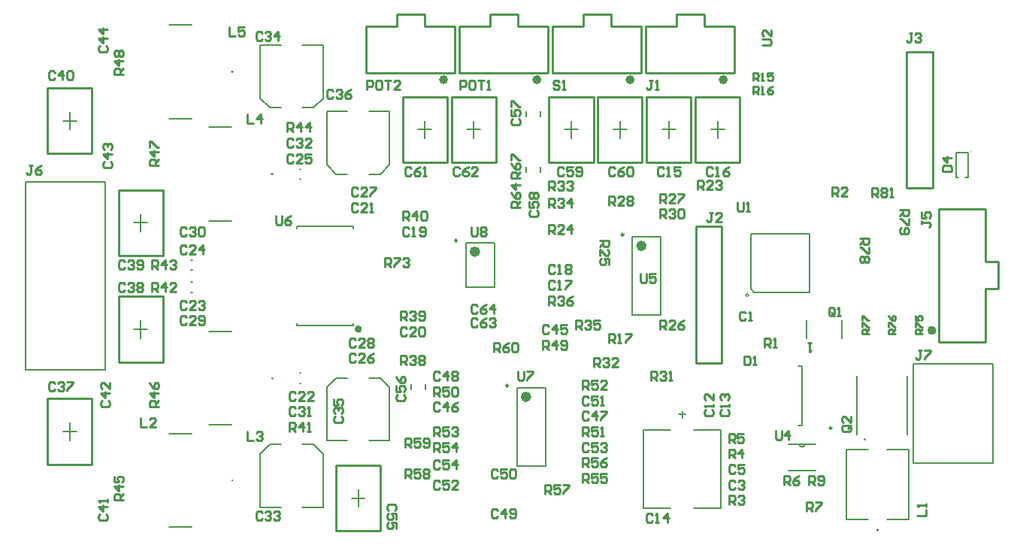
<source format=gto>
G04 Layer_Color=65535*
%FSLAX24Y24*%
%MOIN*%
G70*
G01*
G75*
%ADD33C,0.0200*%
%ADD35C,0.0100*%
%ADD39C,0.0150*%
%ADD42C,0.0098*%
%ADD62C,0.0060*%
%ADD63C,0.0236*%
%ADD64C,0.0039*%
%ADD65C,0.0080*%
%ADD66C,0.0079*%
%ADD67C,0.0067*%
D33*
X40305Y9403D02*
G03*
X40305Y9403I-100J0D01*
G01*
X26918Y20520D02*
G03*
X26918Y20520I-100J0D01*
G01*
X18650D02*
G03*
X18650Y20520I-100J0D01*
G01*
X22784D02*
G03*
X22784Y20520I-100J0D01*
G01*
X31052D02*
G03*
X31052Y20520I-100J0D01*
G01*
D35*
X18898Y19764D02*
X20866D01*
X18898Y16850D02*
X20866D01*
X18898D02*
Y19764D01*
X20866Y16850D02*
Y19764D01*
X16732D02*
X18701D01*
X16732Y16850D02*
X18701D01*
X16732D02*
Y19764D01*
X18701Y16850D02*
Y19764D01*
X25394Y16850D02*
X27362D01*
X25394Y19764D02*
X27362D01*
Y16850D02*
Y19764D01*
X25394Y16850D02*
Y19764D01*
X23228D02*
X25197D01*
X23228Y16850D02*
X25197D01*
X23228D02*
Y19764D01*
X25197Y16850D02*
Y19764D01*
X13780Y3425D02*
X15748D01*
X13780Y512D02*
X15748D01*
X13780D02*
Y3425D01*
X15748Y512D02*
Y3425D01*
X984Y20157D02*
X2953D01*
X984Y17244D02*
X2953D01*
X984D02*
Y20157D01*
X2953Y17244D02*
Y20157D01*
X4134Y15630D02*
X6102D01*
X4134Y12717D02*
X6102D01*
X4134D02*
Y15630D01*
X6102Y12717D02*
Y15630D01*
X4134Y10906D02*
X6102D01*
X4134Y7992D02*
X6102D01*
X4134D02*
Y10906D01*
X6102Y7992D02*
Y10906D01*
X984Y6378D02*
X2953D01*
X984Y3465D02*
X2953D01*
X984D02*
Y6378D01*
X2953Y3465D02*
Y6378D01*
X29724Y16850D02*
X31693D01*
X29724Y19764D02*
X31693D01*
Y16850D02*
Y19764D01*
X29724Y16850D02*
Y19764D01*
X27559Y16850D02*
X29528D01*
X27559Y19764D02*
X29528D01*
Y16850D02*
Y19764D01*
X27559Y16850D02*
Y19764D01*
X40246Y15718D02*
Y21762D01*
X39085Y15718D02*
X40246D01*
X39085D02*
Y21762D01*
Y21766D02*
X40246D01*
X29734Y7963D02*
Y14006D01*
X30896D01*
Y7963D02*
Y14006D01*
X29734Y7959D02*
X30896D01*
X43135Y11243D02*
Y12443D01*
X40505Y14793D02*
X42585D01*
X40505Y8892D02*
X42585D01*
X40505D02*
Y14793D01*
X42585Y8892D02*
Y11243D01*
X43135D01*
X42585Y12443D02*
Y14793D01*
Y12443D02*
X43135D01*
Y11243D02*
Y12443D01*
X27328Y20820D02*
Y22900D01*
X23378Y20820D02*
X27328D01*
X24758Y23430D02*
X25958D01*
X24758D02*
X25968D01*
Y22900D02*
Y23430D01*
X25978Y22900D02*
X27328D01*
X23378Y20820D02*
Y22900D01*
X24758D02*
Y23430D01*
X23378Y22900D02*
X24758D01*
X19060Y20820D02*
Y22900D01*
X15110Y20820D02*
X19060D01*
X16490Y23430D02*
X17690D01*
X16490D02*
X17700D01*
Y22900D02*
Y23430D01*
X17710Y22900D02*
X19060D01*
X15110Y20820D02*
Y22900D01*
X16490D02*
Y23430D01*
X15110Y22900D02*
X16490D01*
X23194Y20820D02*
Y22900D01*
X19244Y20820D02*
X23194D01*
X20624Y23430D02*
X21824D01*
X20624D02*
X21834D01*
Y22900D02*
Y23430D01*
X21844Y22900D02*
X23194D01*
X19244Y20820D02*
Y22900D01*
X20624D02*
Y23430D01*
X19244Y22900D02*
X20624D01*
X31462Y20820D02*
Y22900D01*
X27512Y20820D02*
X31462D01*
X28892Y23430D02*
X30092D01*
X28892D02*
X30102D01*
Y22900D02*
Y23430D01*
X30112Y22900D02*
X31462D01*
X27512Y20820D02*
Y22900D01*
X28892D02*
Y23430D01*
X27512Y22900D02*
X28892D01*
X31955Y10171D02*
X31890Y10236D01*
X31759D01*
X31693Y10171D01*
Y9908D01*
X31759Y9843D01*
X31890D01*
X31955Y9908D01*
X32086Y9843D02*
X32218D01*
X32152D01*
Y10236D01*
X32086Y10171D01*
X31467Y2695D02*
X31401Y2762D01*
X31267D01*
X31201Y2695D01*
Y2429D01*
X31267Y2362D01*
X31401D01*
X31467Y2429D01*
X31601Y2695D02*
X31667Y2762D01*
X31801D01*
X31867Y2695D01*
Y2629D01*
X31801Y2562D01*
X31734D01*
X31801D01*
X31867Y2495D01*
Y2429D01*
X31801Y2362D01*
X31667D01*
X31601Y2429D01*
X31467Y3384D02*
X31401Y3451D01*
X31267D01*
X31201Y3384D01*
Y3118D01*
X31267Y3051D01*
X31401D01*
X31467Y3118D01*
X31867Y3451D02*
X31601D01*
Y3251D01*
X31734Y3318D01*
X31801D01*
X31867Y3251D01*
Y3118D01*
X31801Y3051D01*
X31667D01*
X31601Y3118D01*
X30184Y5873D02*
X30118Y5807D01*
Y5676D01*
X30184Y5610D01*
X30446D01*
X30512Y5676D01*
Y5807D01*
X30446Y5873D01*
X30512Y6004D02*
Y6135D01*
Y6069D01*
X30118D01*
X30184Y6004D01*
X30512Y6594D02*
Y6332D01*
X30249Y6594D01*
X30184D01*
X30118Y6529D01*
Y6397D01*
X30184Y6332D01*
X30873Y5873D02*
X30807Y5807D01*
Y5676D01*
X30873Y5610D01*
X31135D01*
X31201Y5676D01*
Y5807D01*
X31135Y5873D01*
X31201Y6004D02*
Y6135D01*
Y6069D01*
X30807D01*
X30873Y6004D01*
Y6332D02*
X30807Y6397D01*
Y6529D01*
X30873Y6594D01*
X30938D01*
X31004Y6529D01*
Y6463D01*
Y6529D01*
X31070Y6594D01*
X31135D01*
X31201Y6529D01*
Y6397D01*
X31135Y6332D01*
X27821Y1214D02*
X27756Y1279D01*
X27625D01*
X27559Y1214D01*
Y951D01*
X27625Y886D01*
X27756D01*
X27821Y951D01*
X27953Y886D02*
X28084D01*
X28018D01*
Y1279D01*
X27953Y1214D01*
X28477Y886D02*
Y1279D01*
X28281Y1083D01*
X28543D01*
X28318Y16573D02*
X28251Y16640D01*
X28118D01*
X28051Y16573D01*
Y16307D01*
X28118Y16240D01*
X28251D01*
X28318Y16307D01*
X28451Y16240D02*
X28584D01*
X28518D01*
Y16640D01*
X28451Y16573D01*
X29051Y16640D02*
X28784D01*
Y16440D01*
X28918Y16507D01*
X28984D01*
X29051Y16440D01*
Y16307D01*
X28984Y16240D01*
X28851D01*
X28784Y16307D01*
X30483Y16573D02*
X30416Y16640D01*
X30283D01*
X30217Y16573D01*
Y16307D01*
X30283Y16240D01*
X30416D01*
X30483Y16307D01*
X30616Y16240D02*
X30750D01*
X30683D01*
Y16640D01*
X30616Y16573D01*
X31216Y16640D02*
X31083Y16573D01*
X30950Y16440D01*
Y16307D01*
X31016Y16240D01*
X31150D01*
X31216Y16307D01*
Y16373D01*
X31150Y16440D01*
X30950D01*
X23495Y11554D02*
X23428Y11620D01*
X23295D01*
X23228Y11554D01*
Y11287D01*
X23295Y11220D01*
X23428D01*
X23495Y11287D01*
X23628Y11220D02*
X23762D01*
X23695D01*
Y11620D01*
X23628Y11554D01*
X23961Y11620D02*
X24228D01*
Y11554D01*
X23961Y11287D01*
Y11220D01*
X23490Y12243D02*
X23424Y12309D01*
X23290D01*
X23224Y12243D01*
Y11976D01*
X23290Y11909D01*
X23424D01*
X23490Y11976D01*
X23623Y11909D02*
X23757D01*
X23690D01*
Y12309D01*
X23623Y12243D01*
X23957D02*
X24023Y12309D01*
X24157D01*
X24223Y12243D01*
Y12176D01*
X24157Y12109D01*
X24223Y12043D01*
Y11976D01*
X24157Y11909D01*
X24023D01*
X23957Y11976D01*
Y12043D01*
X24023Y12109D01*
X23957Y12176D01*
Y12243D01*
X24023Y12109D02*
X24157D01*
X16999Y13916D02*
X16932Y13983D01*
X16799D01*
X16732Y13916D01*
Y13649D01*
X16799Y13583D01*
X16932D01*
X16999Y13649D01*
X17132Y13583D02*
X17265D01*
X17199D01*
Y13983D01*
X17132Y13916D01*
X17465Y13649D02*
X17532Y13583D01*
X17665D01*
X17732Y13649D01*
Y13916D01*
X17665Y13983D01*
X17532D01*
X17465Y13916D01*
Y13849D01*
X17532Y13783D01*
X17732D01*
X16900Y9487D02*
X16834Y9553D01*
X16701D01*
X16634Y9487D01*
Y9220D01*
X16701Y9154D01*
X16834D01*
X16900Y9220D01*
X17300Y9154D02*
X17034D01*
X17300Y9420D01*
Y9487D01*
X17234Y9553D01*
X17100D01*
X17034Y9487D01*
X17434D02*
X17500Y9553D01*
X17634D01*
X17700Y9487D01*
Y9220D01*
X17634Y9154D01*
X17500D01*
X17434Y9220D01*
Y9487D01*
X14735Y14999D02*
X14668Y15065D01*
X14535D01*
X14468Y14999D01*
Y14732D01*
X14535Y14665D01*
X14668D01*
X14735Y14732D01*
X15135Y14665D02*
X14868D01*
X15135Y14932D01*
Y14999D01*
X15068Y15065D01*
X14935D01*
X14868Y14999D01*
X15268Y14665D02*
X15402D01*
X15335D01*
Y15065D01*
X15268Y14999D01*
X11979Y6632D02*
X11913Y6699D01*
X11779D01*
X11713Y6632D01*
Y6366D01*
X11779Y6299D01*
X11913D01*
X11979Y6366D01*
X12379Y6299D02*
X12112D01*
X12379Y6566D01*
Y6632D01*
X12312Y6699D01*
X12179D01*
X12112Y6632D01*
X12779Y6299D02*
X12512D01*
X12779Y6566D01*
Y6632D01*
X12712Y6699D01*
X12579D01*
X12512Y6632D01*
X7156Y10668D02*
X7090Y10735D01*
X6956D01*
X6890Y10668D01*
Y10401D01*
X6956Y10335D01*
X7090D01*
X7156Y10401D01*
X7556Y10335D02*
X7290D01*
X7556Y10601D01*
Y10668D01*
X7490Y10735D01*
X7356D01*
X7290Y10668D01*
X7690D02*
X7756Y10735D01*
X7889D01*
X7956Y10668D01*
Y10601D01*
X7889Y10535D01*
X7823D01*
X7889D01*
X7956Y10468D01*
Y10401D01*
X7889Y10335D01*
X7756D01*
X7690Y10401D01*
X7156Y13128D02*
X7090Y13195D01*
X6956D01*
X6890Y13128D01*
Y12862D01*
X6956Y12795D01*
X7090D01*
X7156Y12862D01*
X7556Y12795D02*
X7290D01*
X7556Y13062D01*
Y13128D01*
X7490Y13195D01*
X7356D01*
X7290Y13128D01*
X7889Y12795D02*
Y13195D01*
X7690Y12995D01*
X7956D01*
X11881Y17164D02*
X11814Y17231D01*
X11681D01*
X11614Y17164D01*
Y16897D01*
X11681Y16831D01*
X11814D01*
X11881Y16897D01*
X12281Y16831D02*
X12014D01*
X12281Y17097D01*
Y17164D01*
X12214Y17231D01*
X12081D01*
X12014Y17164D01*
X12680Y17231D02*
X12414D01*
Y17031D01*
X12547Y17097D01*
X12614D01*
X12680Y17031D01*
Y16897D01*
X12614Y16831D01*
X12481D01*
X12414Y16897D01*
X14637Y8306D02*
X14570Y8372D01*
X14437D01*
X14370Y8306D01*
Y8039D01*
X14437Y7972D01*
X14570D01*
X14637Y8039D01*
X15037Y7972D02*
X14770D01*
X15037Y8239D01*
Y8306D01*
X14970Y8372D01*
X14837D01*
X14770Y8306D01*
X15436Y8372D02*
X15303Y8306D01*
X15170Y8172D01*
Y8039D01*
X15236Y7972D01*
X15370D01*
X15436Y8039D01*
Y8106D01*
X15370Y8172D01*
X15170D01*
X14735Y15688D02*
X14668Y15754D01*
X14535D01*
X14468Y15688D01*
Y15421D01*
X14535Y15354D01*
X14668D01*
X14735Y15421D01*
X15135Y15354D02*
X14868D01*
X15135Y15621D01*
Y15688D01*
X15068Y15754D01*
X14935D01*
X14868Y15688D01*
X15268Y15754D02*
X15535D01*
Y15688D01*
X15268Y15421D01*
Y15354D01*
X14637Y8995D02*
X14570Y9061D01*
X14437D01*
X14370Y8995D01*
Y8728D01*
X14437Y8661D01*
X14570D01*
X14637Y8728D01*
X15037Y8661D02*
X14770D01*
X15037Y8928D01*
Y8995D01*
X14970Y9061D01*
X14837D01*
X14770Y8995D01*
X15170D02*
X15236Y9061D01*
X15370D01*
X15436Y8995D01*
Y8928D01*
X15370Y8861D01*
X15436Y8795D01*
Y8728D01*
X15370Y8661D01*
X15236D01*
X15170Y8728D01*
Y8795D01*
X15236Y8861D01*
X15170Y8928D01*
Y8995D01*
X15236Y8861D02*
X15370D01*
X7156Y9979D02*
X7090Y10046D01*
X6956D01*
X6890Y9979D01*
Y9712D01*
X6956Y9646D01*
X7090D01*
X7156Y9712D01*
X7556Y9646D02*
X7290D01*
X7556Y9912D01*
Y9979D01*
X7490Y10046D01*
X7356D01*
X7290Y9979D01*
X7690Y9712D02*
X7756Y9646D01*
X7889D01*
X7956Y9712D01*
Y9979D01*
X7889Y10046D01*
X7756D01*
X7690Y9979D01*
Y9912D01*
X7756Y9846D01*
X7956D01*
X7156Y13916D02*
X7090Y13983D01*
X6956D01*
X6890Y13916D01*
Y13649D01*
X6956Y13583D01*
X7090D01*
X7156Y13649D01*
X7290Y13916D02*
X7356Y13983D01*
X7490D01*
X7556Y13916D01*
Y13849D01*
X7490Y13783D01*
X7423D01*
X7490D01*
X7556Y13716D01*
Y13649D01*
X7490Y13583D01*
X7356D01*
X7290Y13649D01*
X7690Y13916D02*
X7756Y13983D01*
X7889D01*
X7956Y13916D01*
Y13649D01*
X7889Y13583D01*
X7756D01*
X7690Y13649D01*
Y13916D01*
X11979Y5943D02*
X11913Y6010D01*
X11779D01*
X11713Y5943D01*
Y5677D01*
X11779Y5610D01*
X11913D01*
X11979Y5677D01*
X12112Y5943D02*
X12179Y6010D01*
X12312D01*
X12379Y5943D01*
Y5877D01*
X12312Y5810D01*
X12246D01*
X12312D01*
X12379Y5744D01*
Y5677D01*
X12312Y5610D01*
X12179D01*
X12112Y5677D01*
X12512Y5610D02*
X12646D01*
X12579D01*
Y6010D01*
X12512Y5943D01*
X11881Y17853D02*
X11814Y17920D01*
X11681D01*
X11614Y17853D01*
Y17586D01*
X11681Y17520D01*
X11814D01*
X11881Y17586D01*
X12014Y17853D02*
X12081Y17920D01*
X12214D01*
X12281Y17853D01*
Y17786D01*
X12214Y17720D01*
X12147D01*
X12214D01*
X12281Y17653D01*
Y17586D01*
X12214Y17520D01*
X12081D01*
X12014Y17586D01*
X12680Y17520D02*
X12414D01*
X12680Y17786D01*
Y17853D01*
X12614Y17920D01*
X12481D01*
X12414Y17853D01*
X10499Y1312D02*
X10433Y1378D01*
X10302D01*
X10236Y1312D01*
Y1050D01*
X10302Y984D01*
X10433D01*
X10499Y1050D01*
X10630Y1312D02*
X10695Y1378D01*
X10827D01*
X10892Y1312D01*
Y1247D01*
X10827Y1181D01*
X10761D01*
X10827D01*
X10892Y1115D01*
Y1050D01*
X10827Y984D01*
X10695D01*
X10630Y1050D01*
X11023Y1312D02*
X11089Y1378D01*
X11220D01*
X11286Y1312D01*
Y1247D01*
X11220Y1181D01*
X11155D01*
X11220D01*
X11286Y1115D01*
Y1050D01*
X11220Y984D01*
X11089D01*
X11023Y1050D01*
X10499Y22572D02*
X10433Y22638D01*
X10302D01*
X10236Y22572D01*
Y22310D01*
X10302Y22244D01*
X10433D01*
X10499Y22310D01*
X10630Y22572D02*
X10695Y22638D01*
X10827D01*
X10892Y22572D01*
Y22506D01*
X10827Y22441D01*
X10761D01*
X10827D01*
X10892Y22375D01*
Y22310D01*
X10827Y22244D01*
X10695D01*
X10630Y22310D01*
X11220Y22244D02*
Y22638D01*
X11023Y22441D01*
X11286D01*
X13747Y5577D02*
X13681Y5512D01*
Y5381D01*
X13747Y5315D01*
X14009D01*
X14075Y5381D01*
Y5512D01*
X14009Y5577D01*
X13747Y5709D02*
X13681Y5774D01*
Y5905D01*
X13747Y5971D01*
X13812D01*
X13878Y5905D01*
Y5840D01*
Y5905D01*
X13944Y5971D01*
X14009D01*
X14075Y5905D01*
Y5774D01*
X14009Y5709D01*
X13681Y6364D02*
Y6102D01*
X13878D01*
X13812Y6233D01*
Y6299D01*
X13878Y6364D01*
X14009D01*
X14075Y6299D01*
Y6168D01*
X14009Y6102D01*
X13648Y20013D02*
X13583Y20079D01*
X13451D01*
X13386Y20013D01*
Y19751D01*
X13451Y19685D01*
X13583D01*
X13648Y19751D01*
X13779Y20013D02*
X13845Y20079D01*
X13976D01*
X14042Y20013D01*
Y19947D01*
X13976Y19882D01*
X13911D01*
X13976D01*
X14042Y19816D01*
Y19751D01*
X13976Y19685D01*
X13845D01*
X13779Y19751D01*
X14435Y20079D02*
X14304Y20013D01*
X14173Y19882D01*
Y19751D01*
X14239Y19685D01*
X14370D01*
X14435Y19751D01*
Y19816D01*
X14370Y19882D01*
X14173D01*
X1299Y7060D02*
X1233Y7127D01*
X1099D01*
X1033Y7060D01*
Y6794D01*
X1099Y6727D01*
X1233D01*
X1299Y6794D01*
X1432Y7060D02*
X1499Y7127D01*
X1632D01*
X1699Y7060D01*
Y6993D01*
X1632Y6927D01*
X1566D01*
X1632D01*
X1699Y6860D01*
Y6794D01*
X1632Y6727D01*
X1499D01*
X1432Y6794D01*
X1832Y7127D02*
X2099D01*
Y7060D01*
X1832Y6794D01*
Y6727D01*
X4400Y11455D02*
X4334Y11522D01*
X4200D01*
X4134Y11455D01*
Y11189D01*
X4200Y11122D01*
X4334D01*
X4400Y11189D01*
X4534Y11455D02*
X4600Y11522D01*
X4734D01*
X4800Y11455D01*
Y11389D01*
X4734Y11322D01*
X4667D01*
X4734D01*
X4800Y11255D01*
Y11189D01*
X4734Y11122D01*
X4600D01*
X4534Y11189D01*
X4934Y11455D02*
X5000Y11522D01*
X5134D01*
X5200Y11455D01*
Y11389D01*
X5134Y11322D01*
X5200Y11255D01*
Y11189D01*
X5134Y11122D01*
X5000D01*
X4934Y11189D01*
Y11255D01*
X5000Y11322D01*
X4934Y11389D01*
Y11455D01*
X5000Y11322D02*
X5134D01*
X4400Y12440D02*
X4334Y12506D01*
X4200D01*
X4134Y12440D01*
Y12173D01*
X4200Y12106D01*
X4334D01*
X4400Y12173D01*
X4534Y12440D02*
X4600Y12506D01*
X4734D01*
X4800Y12440D01*
Y12373D01*
X4734Y12306D01*
X4667D01*
X4734D01*
X4800Y12240D01*
Y12173D01*
X4734Y12106D01*
X4600D01*
X4534Y12173D01*
X4934D02*
X5000Y12106D01*
X5134D01*
X5200Y12173D01*
Y12440D01*
X5134Y12506D01*
X5000D01*
X4934Y12440D01*
Y12373D01*
X5000Y12306D01*
X5200D01*
X1299Y20836D02*
X1233Y20903D01*
X1099D01*
X1033Y20836D01*
Y20570D01*
X1099Y20503D01*
X1233D01*
X1299Y20570D01*
X1632Y20503D02*
Y20903D01*
X1432Y20703D01*
X1699D01*
X1832Y20836D02*
X1899Y20903D01*
X2032D01*
X2099Y20836D01*
Y20570D01*
X2032Y20503D01*
X1899D01*
X1832Y20570D01*
Y20836D01*
X3309Y1251D02*
X3242Y1184D01*
Y1051D01*
X3309Y984D01*
X3575D01*
X3642Y1051D01*
Y1184D01*
X3575Y1251D01*
X3642Y1584D02*
X3242D01*
X3442Y1384D01*
Y1651D01*
X3642Y1784D02*
Y1917D01*
Y1851D01*
X3242D01*
X3309Y1784D01*
X3407Y6271D02*
X3340Y6204D01*
Y6071D01*
X3407Y6004D01*
X3674D01*
X3740Y6071D01*
Y6204D01*
X3674Y6271D01*
X3740Y6604D02*
X3340D01*
X3540Y6404D01*
Y6670D01*
X3740Y7070D02*
Y6804D01*
X3474Y7070D01*
X3407D01*
X3340Y7004D01*
Y6870D01*
X3407Y6804D01*
X3505Y16900D02*
X3439Y16834D01*
Y16701D01*
X3505Y16634D01*
X3772D01*
X3839Y16701D01*
Y16834D01*
X3772Y16900D01*
X3839Y17234D02*
X3439D01*
X3639Y17034D01*
Y17300D01*
X3505Y17434D02*
X3439Y17500D01*
Y17634D01*
X3505Y17700D01*
X3572D01*
X3639Y17634D01*
Y17567D01*
Y17634D01*
X3705Y17700D01*
X3772D01*
X3839Y17634D01*
Y17500D01*
X3772Y17434D01*
X3309Y22019D02*
X3242Y21952D01*
Y21819D01*
X3309Y21752D01*
X3575D01*
X3642Y21819D01*
Y21952D01*
X3575Y22019D01*
X3642Y22352D02*
X3242D01*
X3442Y22152D01*
Y22418D01*
X3642Y22752D02*
X3242D01*
X3442Y22552D01*
Y22818D01*
X23200Y9585D02*
X23133Y9652D01*
X23000D01*
X22933Y9585D01*
Y9319D01*
X23000Y9252D01*
X23133D01*
X23200Y9319D01*
X23533Y9252D02*
Y9652D01*
X23333Y9452D01*
X23600D01*
X23999Y9652D02*
X23733D01*
Y9452D01*
X23866Y9519D01*
X23933D01*
X23999Y9452D01*
Y9319D01*
X23933Y9252D01*
X23799D01*
X23733Y9319D01*
X18377Y6140D02*
X18310Y6207D01*
X18177D01*
X18110Y6140D01*
Y5874D01*
X18177Y5807D01*
X18310D01*
X18377Y5874D01*
X18710Y5807D02*
Y6207D01*
X18510Y6007D01*
X18777D01*
X19177Y6207D02*
X19043Y6140D01*
X18910Y6007D01*
Y5874D01*
X18977Y5807D01*
X19110D01*
X19177Y5874D01*
Y5940D01*
X19110Y6007D01*
X18910D01*
X24971Y5747D02*
X24905Y5813D01*
X24771D01*
X24705Y5747D01*
Y5480D01*
X24771Y5413D01*
X24905D01*
X24971Y5480D01*
X25305Y5413D02*
Y5813D01*
X25105Y5613D01*
X25371D01*
X25504Y5813D02*
X25771D01*
Y5747D01*
X25504Y5480D01*
Y5413D01*
X18377Y7518D02*
X18310Y7585D01*
X18177D01*
X18110Y7518D01*
Y7252D01*
X18177Y7185D01*
X18310D01*
X18377Y7252D01*
X18710Y7185D02*
Y7585D01*
X18510Y7385D01*
X18777D01*
X18910Y7518D02*
X18977Y7585D01*
X19110D01*
X19177Y7518D01*
Y7452D01*
X19110Y7385D01*
X19177Y7318D01*
Y7252D01*
X19110Y7185D01*
X18977D01*
X18910Y7252D01*
Y7318D01*
X18977Y7385D01*
X18910Y7452D01*
Y7518D01*
X18977Y7385D02*
X19110D01*
X20936Y1416D02*
X20869Y1483D01*
X20736D01*
X20669Y1416D01*
Y1149D01*
X20736Y1083D01*
X20869D01*
X20936Y1149D01*
X21269Y1083D02*
Y1483D01*
X21069Y1283D01*
X21336D01*
X21469Y1149D02*
X21536Y1083D01*
X21669D01*
X21736Y1149D01*
Y1416D01*
X21669Y1483D01*
X21536D01*
X21469Y1416D01*
Y1349D01*
X21536Y1283D01*
X21736D01*
X20936Y3188D02*
X20869Y3254D01*
X20736D01*
X20669Y3188D01*
Y2921D01*
X20736Y2854D01*
X20869D01*
X20936Y2921D01*
X21336Y3254D02*
X21069D01*
Y3054D01*
X21202Y3121D01*
X21269D01*
X21336Y3054D01*
Y2921D01*
X21269Y2854D01*
X21136D01*
X21069Y2921D01*
X21469Y3188D02*
X21536Y3254D01*
X21669D01*
X21736Y3188D01*
Y2921D01*
X21669Y2854D01*
X21536D01*
X21469Y2921D01*
Y3188D01*
X24971Y6436D02*
X24905Y6502D01*
X24771D01*
X24705Y6436D01*
Y6169D01*
X24771Y6102D01*
X24905D01*
X24971Y6169D01*
X25371Y6502D02*
X25105D01*
Y6302D01*
X25238Y6369D01*
X25305D01*
X25371Y6302D01*
Y6169D01*
X25305Y6102D01*
X25171D01*
X25105Y6169D01*
X25504Y6102D02*
X25638D01*
X25571D01*
Y6502D01*
X25504Y6436D01*
X18377Y2695D02*
X18310Y2762D01*
X18177D01*
X18110Y2695D01*
Y2429D01*
X18177Y2362D01*
X18310D01*
X18377Y2429D01*
X18777Y2762D02*
X18510D01*
Y2562D01*
X18643Y2629D01*
X18710D01*
X18777Y2562D01*
Y2429D01*
X18710Y2362D01*
X18577D01*
X18510Y2429D01*
X19177Y2362D02*
X18910D01*
X19177Y2629D01*
Y2695D01*
X19110Y2762D01*
X18977D01*
X18910Y2695D01*
X24971Y4369D02*
X24905Y4435D01*
X24771D01*
X24705Y4369D01*
Y4102D01*
X24771Y4035D01*
X24905D01*
X24971Y4102D01*
X25371Y4435D02*
X25105D01*
Y4235D01*
X25238Y4302D01*
X25305D01*
X25371Y4235D01*
Y4102D01*
X25305Y4035D01*
X25171D01*
X25105Y4102D01*
X25504Y4369D02*
X25571Y4435D01*
X25704D01*
X25771Y4369D01*
Y4302D01*
X25704Y4235D01*
X25638D01*
X25704D01*
X25771Y4169D01*
Y4102D01*
X25704Y4035D01*
X25571D01*
X25504Y4102D01*
X18377Y3581D02*
X18310Y3648D01*
X18177D01*
X18110Y3581D01*
Y3315D01*
X18177Y3248D01*
X18310D01*
X18377Y3315D01*
X18777Y3648D02*
X18510D01*
Y3448D01*
X18643Y3515D01*
X18710D01*
X18777Y3448D01*
Y3315D01*
X18710Y3248D01*
X18577D01*
X18510Y3315D01*
X19110Y3248D02*
Y3648D01*
X18910Y3448D01*
X19177D01*
X16377Y1407D02*
X16443Y1473D01*
Y1607D01*
X16377Y1673D01*
X16110D01*
X16043Y1607D01*
Y1473D01*
X16110Y1407D01*
X16443Y1007D02*
Y1273D01*
X16243D01*
X16310Y1140D01*
Y1073D01*
X16243Y1007D01*
X16110D01*
X16043Y1073D01*
Y1207D01*
X16110Y1273D01*
X16443Y607D02*
Y873D01*
X16243D01*
X16310Y740D01*
Y674D01*
X16243Y607D01*
X16110D01*
X16043Y674D01*
Y807D01*
X16110Y873D01*
X16497Y6566D02*
X16431Y6499D01*
Y6366D01*
X16497Y6299D01*
X16764D01*
X16831Y6366D01*
Y6499D01*
X16764Y6566D01*
X16431Y6966D02*
Y6699D01*
X16631D01*
X16564Y6832D01*
Y6899D01*
X16631Y6966D01*
X16764D01*
X16831Y6899D01*
Y6766D01*
X16764Y6699D01*
X16431Y7366D02*
X16497Y7232D01*
X16631Y7099D01*
X16764D01*
X16831Y7166D01*
Y7299D01*
X16764Y7366D01*
X16697D01*
X16631Y7299D01*
Y7099D01*
X21616Y18771D02*
X21549Y18704D01*
Y18571D01*
X21616Y18504D01*
X21882D01*
X21949Y18571D01*
Y18704D01*
X21882Y18771D01*
X21549Y19170D02*
Y18904D01*
X21749D01*
X21682Y19037D01*
Y19104D01*
X21749Y19170D01*
X21882D01*
X21949Y19104D01*
Y18970D01*
X21882Y18904D01*
X21549Y19304D02*
Y19570D01*
X21616D01*
X21882Y19304D01*
X21949D01*
X22403Y14735D02*
X22336Y14668D01*
Y14535D01*
X22403Y14468D01*
X22670D01*
X22736Y14535D01*
Y14668D01*
X22670Y14735D01*
X22336Y15135D02*
Y14868D01*
X22536D01*
X22470Y15002D01*
Y15068D01*
X22536Y15135D01*
X22670D01*
X22736Y15068D01*
Y14935D01*
X22670Y14868D01*
X22403Y15268D02*
X22336Y15335D01*
Y15468D01*
X22403Y15535D01*
X22470D01*
X22536Y15468D01*
X22603Y15535D01*
X22670D01*
X22736Y15468D01*
Y15335D01*
X22670Y15268D01*
X22603D01*
X22536Y15335D01*
X22470Y15268D01*
X22403D01*
X22536Y15335D02*
Y15468D01*
X23889Y16573D02*
X23822Y16640D01*
X23689D01*
X23622Y16573D01*
Y16307D01*
X23689Y16240D01*
X23822D01*
X23889Y16307D01*
X24288Y16640D02*
X24022D01*
Y16440D01*
X24155Y16507D01*
X24222D01*
X24288Y16440D01*
Y16307D01*
X24222Y16240D01*
X24089D01*
X24022Y16307D01*
X24422D02*
X24488Y16240D01*
X24622D01*
X24688Y16307D01*
Y16573D01*
X24622Y16640D01*
X24488D01*
X24422Y16573D01*
Y16507D01*
X24488Y16440D01*
X24688D01*
X26152Y16573D02*
X26086Y16640D01*
X25952D01*
X25886Y16573D01*
Y16307D01*
X25952Y16240D01*
X26086D01*
X26152Y16307D01*
X26552Y16640D02*
X26419Y16573D01*
X26286Y16440D01*
Y16307D01*
X26352Y16240D01*
X26486D01*
X26552Y16307D01*
Y16373D01*
X26486Y16440D01*
X26286D01*
X26686Y16573D02*
X26752Y16640D01*
X26885D01*
X26952Y16573D01*
Y16307D01*
X26885Y16240D01*
X26752D01*
X26686Y16307D01*
Y16573D01*
X17097D02*
X17031Y16640D01*
X16897D01*
X16831Y16573D01*
Y16307D01*
X16897Y16240D01*
X17031D01*
X17097Y16307D01*
X17497Y16640D02*
X17364Y16573D01*
X17231Y16440D01*
Y16307D01*
X17297Y16240D01*
X17431D01*
X17497Y16307D01*
Y16373D01*
X17431Y16440D01*
X17231D01*
X17630Y16240D02*
X17764D01*
X17697D01*
Y16640D01*
X17630Y16573D01*
X19263D02*
X19196Y16640D01*
X19063D01*
X18996Y16573D01*
Y16307D01*
X19063Y16240D01*
X19196D01*
X19263Y16307D01*
X19663Y16640D02*
X19529Y16573D01*
X19396Y16440D01*
Y16307D01*
X19463Y16240D01*
X19596D01*
X19663Y16307D01*
Y16373D01*
X19596Y16440D01*
X19396D01*
X20062Y16240D02*
X19796D01*
X20062Y16507D01*
Y16573D01*
X19996Y16640D01*
X19862D01*
X19796Y16573D01*
X20050Y9880D02*
X19983Y9947D01*
X19850D01*
X19783Y9880D01*
Y9614D01*
X19850Y9547D01*
X19983D01*
X20050Y9614D01*
X20450Y9947D02*
X20317Y9880D01*
X20183Y9747D01*
Y9614D01*
X20250Y9547D01*
X20383D01*
X20450Y9614D01*
Y9681D01*
X20383Y9747D01*
X20183D01*
X20583Y9880D02*
X20650Y9947D01*
X20783D01*
X20850Y9880D01*
Y9814D01*
X20783Y9747D01*
X20716D01*
X20783D01*
X20850Y9681D01*
Y9614D01*
X20783Y9547D01*
X20650D01*
X20583Y9614D01*
X20050Y10471D02*
X19983Y10538D01*
X19850D01*
X19783Y10471D01*
Y10204D01*
X19850Y10138D01*
X19983D01*
X20050Y10204D01*
X20450Y10538D02*
X20317Y10471D01*
X20183Y10338D01*
Y10204D01*
X20250Y10138D01*
X20383D01*
X20450Y10204D01*
Y10271D01*
X20383Y10338D01*
X20183D01*
X20783Y10138D02*
Y10538D01*
X20583Y10338D01*
X20850D01*
X31890Y8268D02*
Y7874D01*
X32087D01*
X32152Y7940D01*
Y8202D01*
X32087Y8268D01*
X31890D01*
X32283Y7874D02*
X32415D01*
X32349D01*
Y8268D01*
X32283Y8202D01*
X40669Y16457D02*
X41063D01*
Y16653D01*
X40997Y16719D01*
X40735D01*
X40669Y16653D01*
Y16457D01*
X41063Y17047D02*
X40669D01*
X40866Y16850D01*
Y17113D01*
X27826Y20479D02*
X27692D01*
X27759D01*
Y20145D01*
X27692Y20079D01*
X27626D01*
X27559Y20145D01*
X27959Y20079D02*
X28092D01*
X28026D01*
Y20479D01*
X27959Y20412D01*
X30481Y14604D02*
X30350D01*
X30415D01*
Y14276D01*
X30350Y14211D01*
X30284D01*
X30218Y14276D01*
X30874Y14211D02*
X30612D01*
X30874Y14473D01*
Y14539D01*
X30809Y14604D01*
X30678D01*
X30612Y14539D01*
X39329Y22583D02*
X39198D01*
X39264D01*
Y22256D01*
X39198Y22190D01*
X39133D01*
X39067Y22256D01*
X39460Y22518D02*
X39526Y22583D01*
X39657D01*
X39723Y22518D01*
Y22452D01*
X39657Y22387D01*
X39592D01*
X39657D01*
X39723Y22321D01*
Y22256D01*
X39657Y22190D01*
X39526D01*
X39460Y22256D01*
X39758Y14243D02*
Y14110D01*
Y14176D01*
X40091D01*
X40157Y14110D01*
Y14043D01*
X40091Y13976D01*
X39758Y14643D02*
Y14376D01*
X39958D01*
X39891Y14510D01*
Y14576D01*
X39958Y14643D01*
X40091D01*
X40157Y14576D01*
Y14443D01*
X40091Y14376D01*
X327Y16723D02*
X193D01*
X260D01*
Y16390D01*
X193Y16323D01*
X127D01*
X60Y16390D01*
X726Y16723D02*
X593Y16656D01*
X460Y16523D01*
Y16390D01*
X527Y16323D01*
X660D01*
X726Y16390D01*
Y16456D01*
X660Y16523D01*
X460D01*
X39755Y8510D02*
X39621D01*
X39688D01*
Y8177D01*
X39621Y8110D01*
X39555D01*
X39488Y8177D01*
X39888Y8510D02*
X40155D01*
Y8443D01*
X39888Y8177D01*
Y8110D01*
X39561Y1181D02*
X39961D01*
Y1448D01*
Y1581D02*
Y1714D01*
Y1648D01*
X39561D01*
X39627Y1581D01*
X5118Y5518D02*
Y5118D01*
X5385D01*
X5785D02*
X5518D01*
X5785Y5385D01*
Y5451D01*
X5718Y5518D01*
X5585D01*
X5518Y5451D01*
X9843Y4927D02*
Y4528D01*
X10109D01*
X10242Y4861D02*
X10309Y4927D01*
X10442D01*
X10509Y4861D01*
Y4794D01*
X10442Y4727D01*
X10376D01*
X10442D01*
X10509Y4661D01*
Y4594D01*
X10442Y4528D01*
X10309D01*
X10242Y4594D01*
X9843Y19002D02*
Y18602D01*
X10109D01*
X10442D02*
Y19002D01*
X10242Y18802D01*
X10509D01*
X9055Y22841D02*
Y22441D01*
X9322D01*
X9722Y22841D02*
X9455D01*
Y22641D01*
X9588Y22708D01*
X9655D01*
X9722Y22641D01*
Y22508D01*
X9655Y22441D01*
X9522D01*
X9455Y22508D01*
X19291Y20079D02*
Y20479D01*
X19491D01*
X19558Y20412D01*
Y20279D01*
X19491Y20212D01*
X19291D01*
X19891Y20479D02*
X19758D01*
X19691Y20412D01*
Y20145D01*
X19758Y20079D01*
X19891D01*
X19958Y20145D01*
Y20412D01*
X19891Y20479D01*
X20091D02*
X20358D01*
X20224D01*
Y20079D01*
X20491D02*
X20624D01*
X20558D01*
Y20479D01*
X20491Y20412D01*
X15157Y20079D02*
Y20479D01*
X15357D01*
X15424Y20412D01*
Y20279D01*
X15357Y20212D01*
X15157D01*
X15757Y20479D02*
X15624D01*
X15557Y20412D01*
Y20145D01*
X15624Y20079D01*
X15757D01*
X15824Y20145D01*
Y20412D01*
X15757Y20479D01*
X15957D02*
X16224D01*
X16091D01*
Y20079D01*
X16624D02*
X16357D01*
X16624Y20345D01*
Y20412D01*
X16557Y20479D01*
X16424D01*
X16357Y20412D01*
X35892Y10105D02*
Y10367D01*
X35827Y10433D01*
X35696D01*
X35630Y10367D01*
Y10105D01*
X35696Y10039D01*
X35827D01*
X35761Y10171D02*
X35892Y10039D01*
X35827D02*
X35892Y10105D01*
X36023Y10039D02*
X36155D01*
X36089D01*
Y10433D01*
X36023Y10367D01*
X36548Y5188D02*
X36281D01*
X36214Y5121D01*
Y4988D01*
X36281Y4921D01*
X36548D01*
X36614Y4988D01*
Y5121D01*
X36481Y5055D02*
X36614Y5188D01*
Y5121D02*
X36548Y5188D01*
X36614Y5588D02*
Y5321D01*
X36348Y5588D01*
X36281D01*
X36214Y5521D01*
Y5388D01*
X36281Y5321D01*
X32776Y8661D02*
Y9055D01*
X32972D01*
X33038Y8989D01*
Y8858D01*
X32972Y8793D01*
X32776D01*
X32907D02*
X33038Y8661D01*
X33169D02*
X33300D01*
X33235D01*
Y9055D01*
X33169Y8989D01*
X35768Y15354D02*
Y15754D01*
X35968D01*
X36034Y15688D01*
Y15554D01*
X35968Y15488D01*
X35768D01*
X35901D02*
X36034Y15354D01*
X36434D02*
X36168D01*
X36434Y15621D01*
Y15688D01*
X36368Y15754D01*
X36234D01*
X36168Y15688D01*
X31201Y1673D02*
Y2073D01*
X31401D01*
X31467Y2006D01*
Y1873D01*
X31401Y1807D01*
X31201D01*
X31334D02*
X31467Y1673D01*
X31601Y2006D02*
X31667Y2073D01*
X31801D01*
X31867Y2006D01*
Y1940D01*
X31801Y1873D01*
X31734D01*
X31801D01*
X31867Y1807D01*
Y1740D01*
X31801Y1673D01*
X31667D01*
X31601Y1740D01*
X31201Y3740D02*
Y4134D01*
X31398D01*
X31463Y4068D01*
Y3937D01*
X31398Y3871D01*
X31201D01*
X31332D02*
X31463Y3740D01*
X31791D02*
Y4134D01*
X31594Y3937D01*
X31857D01*
X31201Y4429D02*
Y4823D01*
X31398D01*
X31463Y4757D01*
Y4626D01*
X31398Y4560D01*
X31201D01*
X31332D02*
X31463Y4429D01*
X31857Y4823D02*
X31594D01*
Y4626D01*
X31726Y4692D01*
X31791D01*
X31857Y4626D01*
Y4495D01*
X31791Y4429D01*
X31660D01*
X31594Y4495D01*
X33661Y2559D02*
Y2959D01*
X33861D01*
X33928Y2892D01*
Y2759D01*
X33861Y2692D01*
X33661D01*
X33795D02*
X33928Y2559D01*
X34328Y2959D02*
X34195Y2892D01*
X34061Y2759D01*
Y2626D01*
X34128Y2559D01*
X34261D01*
X34328Y2626D01*
Y2692D01*
X34261Y2759D01*
X34061D01*
X34646Y1378D02*
Y1778D01*
X34846D01*
X34912Y1711D01*
Y1578D01*
X34846Y1511D01*
X34646D01*
X34779D02*
X34912Y1378D01*
X35046Y1778D02*
X35312D01*
Y1711D01*
X35046Y1445D01*
Y1378D01*
X34744Y2559D02*
Y2959D01*
X34944D01*
X35011Y2892D01*
Y2759D01*
X34944Y2692D01*
X34744D01*
X34877D02*
X35011Y2559D01*
X35144Y2626D02*
X35211Y2559D01*
X35344D01*
X35411Y2626D01*
Y2892D01*
X35344Y2959D01*
X35211D01*
X35144Y2892D01*
Y2826D01*
X35211Y2759D01*
X35411D01*
X32283Y20472D02*
Y20822D01*
X32458D01*
X32517Y20764D01*
Y20647D01*
X32458Y20589D01*
X32283D01*
X32400D02*
X32517Y20472D01*
X32633D02*
X32750D01*
X32692D01*
Y20822D01*
X32633Y20764D01*
X33158Y20822D02*
X32925D01*
Y20647D01*
X33042Y20706D01*
X33100D01*
X33158Y20647D01*
Y20531D01*
X33100Y20472D01*
X32983D01*
X32925Y20531D01*
X32283Y19882D02*
Y20232D01*
X32458D01*
X32517Y20173D01*
Y20057D01*
X32458Y19999D01*
X32283D01*
X32400D02*
X32517Y19882D01*
X32633D02*
X32750D01*
X32692D01*
Y20232D01*
X32633Y20173D01*
X33158Y20232D02*
X33042Y20173D01*
X32925Y20057D01*
Y19940D01*
X32983Y19882D01*
X33100D01*
X33158Y19940D01*
Y19999D01*
X33100Y20057D01*
X32925D01*
X25886Y8858D02*
Y9258D01*
X26086D01*
X26152Y9191D01*
Y9058D01*
X26086Y8992D01*
X25886D01*
X26019D02*
X26152Y8858D01*
X26286D02*
X26419D01*
X26352D01*
Y9258D01*
X26286Y9191D01*
X26619Y9258D02*
X26885D01*
Y9191D01*
X26619Y8925D01*
Y8858D01*
X29823Y15650D02*
Y16049D01*
X30023D01*
X30089Y15983D01*
Y15850D01*
X30023Y15783D01*
X29823D01*
X29956D02*
X30089Y15650D01*
X30489D02*
X30223D01*
X30489Y15916D01*
Y15983D01*
X30423Y16049D01*
X30289D01*
X30223Y15983D01*
X30623D02*
X30689Y16049D01*
X30823D01*
X30889Y15983D01*
Y15916D01*
X30823Y15850D01*
X30756D01*
X30823D01*
X30889Y15783D01*
Y15716D01*
X30823Y15650D01*
X30689D01*
X30623Y15716D01*
X23228Y13681D02*
Y14081D01*
X23428D01*
X23495Y14014D01*
Y13881D01*
X23428Y13814D01*
X23228D01*
X23362D02*
X23495Y13681D01*
X23895D02*
X23628D01*
X23895Y13948D01*
Y14014D01*
X23828Y14081D01*
X23695D01*
X23628Y14014D01*
X24228Y13681D02*
Y14081D01*
X24028Y13881D01*
X24295D01*
X25492Y13386D02*
X25892D01*
Y13186D01*
X25825Y13119D01*
X25692D01*
X25625Y13186D01*
Y13386D01*
Y13253D02*
X25492Y13119D01*
Y12719D02*
Y12986D01*
X25759Y12719D01*
X25825D01*
X25892Y12786D01*
Y12919D01*
X25825Y12986D01*
X25892Y12320D02*
Y12586D01*
X25692D01*
X25759Y12453D01*
Y12386D01*
X25692Y12320D01*
X25559D01*
X25492Y12386D01*
Y12519D01*
X25559Y12586D01*
X28150Y9449D02*
Y9849D01*
X28350D01*
X28416Y9782D01*
Y9649D01*
X28350Y9582D01*
X28150D01*
X28283D02*
X28416Y9449D01*
X28816D02*
X28549D01*
X28816Y9715D01*
Y9782D01*
X28749Y9849D01*
X28616D01*
X28549Y9782D01*
X29216Y9849D02*
X29083Y9782D01*
X28949Y9649D01*
Y9515D01*
X29016Y9449D01*
X29149D01*
X29216Y9515D01*
Y9582D01*
X29149Y9649D01*
X28949D01*
X28150Y15059D02*
Y15459D01*
X28350D01*
X28416Y15392D01*
Y15259D01*
X28350Y15192D01*
X28150D01*
X28283D02*
X28416Y15059D01*
X28816D02*
X28549D01*
X28816Y15326D01*
Y15392D01*
X28749Y15459D01*
X28616D01*
X28549Y15392D01*
X28949Y15459D02*
X29216D01*
Y15392D01*
X28949Y15126D01*
Y15059D01*
X25886Y14961D02*
Y15360D01*
X26086D01*
X26152Y15294D01*
Y15161D01*
X26086Y15094D01*
X25886D01*
X26019D02*
X26152Y14961D01*
X26552D02*
X26286D01*
X26552Y15227D01*
Y15294D01*
X26486Y15360D01*
X26352D01*
X26286Y15294D01*
X26686D02*
X26752Y15360D01*
X26885D01*
X26952Y15294D01*
Y15227D01*
X26885Y15161D01*
X26952Y15094D01*
Y15027D01*
X26885Y14961D01*
X26752D01*
X26686Y15027D01*
Y15094D01*
X26752Y15161D01*
X26686Y15227D01*
Y15294D01*
X26752Y15161D02*
X26885D01*
X28150Y14370D02*
Y14770D01*
X28350D01*
X28416Y14703D01*
Y14570D01*
X28350Y14503D01*
X28150D01*
X28283D02*
X28416Y14370D01*
X28549Y14703D02*
X28616Y14770D01*
X28749D01*
X28816Y14703D01*
Y14637D01*
X28749Y14570D01*
X28683D01*
X28749D01*
X28816Y14503D01*
Y14437D01*
X28749Y14370D01*
X28616D01*
X28549Y14437D01*
X28949Y14703D02*
X29016Y14770D01*
X29149D01*
X29216Y14703D01*
Y14437D01*
X29149Y14370D01*
X29016D01*
X28949Y14437D01*
Y14703D01*
X27756Y7185D02*
Y7585D01*
X27956D01*
X28022Y7518D01*
Y7385D01*
X27956Y7318D01*
X27756D01*
X27889D02*
X28022Y7185D01*
X28156Y7518D02*
X28222Y7585D01*
X28356D01*
X28422Y7518D01*
Y7452D01*
X28356Y7385D01*
X28289D01*
X28356D01*
X28422Y7318D01*
Y7252D01*
X28356Y7185D01*
X28222D01*
X28156Y7252D01*
X28556Y7185D02*
X28689D01*
X28622D01*
Y7585D01*
X28556Y7518D01*
X25197Y7776D02*
Y8175D01*
X25397D01*
X25463Y8109D01*
Y7976D01*
X25397Y7909D01*
X25197D01*
X25330D02*
X25463Y7776D01*
X25597Y8109D02*
X25663Y8175D01*
X25797D01*
X25863Y8109D01*
Y8042D01*
X25797Y7976D01*
X25730D01*
X25797D01*
X25863Y7909D01*
Y7842D01*
X25797Y7776D01*
X25663D01*
X25597Y7842D01*
X26263Y7776D02*
X25997D01*
X26263Y8042D01*
Y8109D01*
X26197Y8175D01*
X26063D01*
X25997Y8109D01*
X23224Y15627D02*
Y16027D01*
X23424D01*
X23490Y15960D01*
Y15827D01*
X23424Y15760D01*
X23224D01*
X23357D02*
X23490Y15627D01*
X23623Y15960D02*
X23690Y16027D01*
X23823D01*
X23890Y15960D01*
Y15893D01*
X23823Y15827D01*
X23757D01*
X23823D01*
X23890Y15760D01*
Y15693D01*
X23823Y15627D01*
X23690D01*
X23623Y15693D01*
X24023Y15960D02*
X24090Y16027D01*
X24223D01*
X24290Y15960D01*
Y15893D01*
X24223Y15827D01*
X24157D01*
X24223D01*
X24290Y15760D01*
Y15693D01*
X24223Y15627D01*
X24090D01*
X24023Y15693D01*
X23228Y14862D02*
Y15262D01*
X23428D01*
X23495Y15195D01*
Y15062D01*
X23428Y14995D01*
X23228D01*
X23362D02*
X23495Y14862D01*
X23628Y15195D02*
X23695Y15262D01*
X23828D01*
X23895Y15195D01*
Y15129D01*
X23828Y15062D01*
X23762D01*
X23828D01*
X23895Y14995D01*
Y14929D01*
X23828Y14862D01*
X23695D01*
X23628Y14929D01*
X24228Y14862D02*
Y15262D01*
X24028Y15062D01*
X24295D01*
X24409Y9449D02*
Y9849D01*
X24609D01*
X24676Y9782D01*
Y9649D01*
X24609Y9582D01*
X24409D01*
X24543D02*
X24676Y9449D01*
X24809Y9782D02*
X24876Y9849D01*
X25009D01*
X25076Y9782D01*
Y9715D01*
X25009Y9649D01*
X24943D01*
X25009D01*
X25076Y9582D01*
Y9515D01*
X25009Y9449D01*
X24876D01*
X24809Y9515D01*
X25476Y9849D02*
X25209D01*
Y9649D01*
X25342Y9715D01*
X25409D01*
X25476Y9649D01*
Y9515D01*
X25409Y9449D01*
X25276D01*
X25209Y9515D01*
X23228Y10532D02*
Y10931D01*
X23428D01*
X23495Y10865D01*
Y10731D01*
X23428Y10665D01*
X23228D01*
X23362D02*
X23495Y10532D01*
X23628Y10865D02*
X23695Y10931D01*
X23828D01*
X23895Y10865D01*
Y10798D01*
X23828Y10731D01*
X23762D01*
X23828D01*
X23895Y10665D01*
Y10598D01*
X23828Y10532D01*
X23695D01*
X23628Y10598D01*
X24295Y10931D02*
X24161Y10865D01*
X24028Y10731D01*
Y10598D01*
X24095Y10532D01*
X24228D01*
X24295Y10598D01*
Y10665D01*
X24228Y10731D01*
X24028D01*
X16634Y7874D02*
Y8274D01*
X16834D01*
X16900Y8207D01*
Y8074D01*
X16834Y8007D01*
X16634D01*
X16767D02*
X16900Y7874D01*
X17034Y8207D02*
X17100Y8274D01*
X17234D01*
X17300Y8207D01*
Y8141D01*
X17234Y8074D01*
X17167D01*
X17234D01*
X17300Y8007D01*
Y7941D01*
X17234Y7874D01*
X17100D01*
X17034Y7941D01*
X17434Y8207D02*
X17500Y8274D01*
X17634D01*
X17700Y8207D01*
Y8141D01*
X17634Y8074D01*
X17700Y8007D01*
Y7941D01*
X17634Y7874D01*
X17500D01*
X17434Y7941D01*
Y8007D01*
X17500Y8074D01*
X17434Y8141D01*
Y8207D01*
X17500Y8074D02*
X17634D01*
X16634Y9843D02*
Y10242D01*
X16834D01*
X16900Y10176D01*
Y10042D01*
X16834Y9976D01*
X16634D01*
X16767D02*
X16900Y9843D01*
X17034Y10176D02*
X17100Y10242D01*
X17234D01*
X17300Y10176D01*
Y10109D01*
X17234Y10042D01*
X17167D01*
X17234D01*
X17300Y9976D01*
Y9909D01*
X17234Y9843D01*
X17100D01*
X17034Y9909D01*
X17434D02*
X17500Y9843D01*
X17634D01*
X17700Y9909D01*
Y10176D01*
X17634Y10242D01*
X17500D01*
X17434Y10176D01*
Y10109D01*
X17500Y10042D01*
X17700D01*
X16732Y14272D02*
Y14672D01*
X16932D01*
X16999Y14605D01*
Y14472D01*
X16932Y14405D01*
X16732D01*
X16866D02*
X16999Y14272D01*
X17332D02*
Y14672D01*
X17132Y14472D01*
X17399D01*
X17532Y14605D02*
X17599Y14672D01*
X17732D01*
X17799Y14605D01*
Y14338D01*
X17732Y14272D01*
X17599D01*
X17532Y14338D01*
Y14605D01*
X11713Y4921D02*
Y5321D01*
X11913D01*
X11979Y5254D01*
Y5121D01*
X11913Y5055D01*
X11713D01*
X11846D02*
X11979Y4921D01*
X12312D02*
Y5321D01*
X12112Y5121D01*
X12379D01*
X12512Y4921D02*
X12646D01*
X12579D01*
Y5321D01*
X12512Y5254D01*
X5610Y11122D02*
Y11522D01*
X5810D01*
X5877Y11455D01*
Y11322D01*
X5810Y11255D01*
X5610D01*
X5744D02*
X5877Y11122D01*
X6210D02*
Y11522D01*
X6010Y11322D01*
X6277D01*
X6677Y11122D02*
X6410D01*
X6677Y11389D01*
Y11455D01*
X6610Y11522D01*
X6477D01*
X6410Y11455D01*
X5610Y12106D02*
Y12506D01*
X5810D01*
X5877Y12440D01*
Y12306D01*
X5810Y12240D01*
X5610D01*
X5744D02*
X5877Y12106D01*
X6210D02*
Y12506D01*
X6010Y12306D01*
X6277D01*
X6410Y12440D02*
X6477Y12506D01*
X6610D01*
X6677Y12440D01*
Y12373D01*
X6610Y12306D01*
X6543D01*
X6610D01*
X6677Y12240D01*
Y12173D01*
X6610Y12106D01*
X6477D01*
X6410Y12173D01*
X11614Y18209D02*
Y18609D01*
X11814D01*
X11881Y18542D01*
Y18409D01*
X11814Y18342D01*
X11614D01*
X11747D02*
X11881Y18209D01*
X12214D02*
Y18609D01*
X12014Y18409D01*
X12281D01*
X12614Y18209D02*
Y18609D01*
X12414Y18409D01*
X12680D01*
X4331Y1870D02*
X3931D01*
Y2070D01*
X3997Y2137D01*
X4131D01*
X4197Y2070D01*
Y1870D01*
Y2003D02*
X4331Y2137D01*
Y2470D02*
X3931D01*
X4131Y2270D01*
Y2537D01*
X3931Y2936D02*
Y2670D01*
X4131D01*
X4064Y2803D01*
Y2870D01*
X4131Y2936D01*
X4264D01*
X4331Y2870D01*
Y2736D01*
X4264Y2670D01*
X5906Y6004D02*
X5506D01*
Y6204D01*
X5572Y6271D01*
X5706D01*
X5772Y6204D01*
Y6004D01*
Y6137D02*
X5906Y6271D01*
Y6604D02*
X5506D01*
X5706Y6404D01*
Y6670D01*
X5506Y7070D02*
X5572Y6937D01*
X5706Y6804D01*
X5839D01*
X5906Y6870D01*
Y7004D01*
X5839Y7070D01*
X5772D01*
X5706Y7004D01*
Y6804D01*
X5906Y16732D02*
X5506D01*
Y16932D01*
X5572Y16999D01*
X5706D01*
X5772Y16932D01*
Y16732D01*
Y16866D02*
X5906Y16999D01*
Y17332D02*
X5506D01*
X5706Y17132D01*
Y17399D01*
X5506Y17532D02*
Y17799D01*
X5572D01*
X5839Y17532D01*
X5906D01*
X4331Y20768D02*
X3931D01*
Y20968D01*
X3997Y21034D01*
X4131D01*
X4197Y20968D01*
Y20768D01*
Y20901D02*
X4331Y21034D01*
Y21368D02*
X3931D01*
X4131Y21168D01*
Y21434D01*
X3997Y21567D02*
X3931Y21634D01*
Y21767D01*
X3997Y21834D01*
X4064D01*
X4131Y21767D01*
X4197Y21834D01*
X4264D01*
X4331Y21767D01*
Y21634D01*
X4264Y21567D01*
X4197D01*
X4131Y21634D01*
X4064Y21567D01*
X3997D01*
X4131Y21634D02*
Y21767D01*
X22933Y8563D02*
Y8963D01*
X23133D01*
X23200Y8896D01*
Y8763D01*
X23133Y8696D01*
X22933D01*
X23066D02*
X23200Y8563D01*
X23533D02*
Y8963D01*
X23333Y8763D01*
X23600D01*
X23733Y8630D02*
X23799Y8563D01*
X23933D01*
X23999Y8630D01*
Y8896D01*
X23933Y8963D01*
X23799D01*
X23733Y8896D01*
Y8830D01*
X23799Y8763D01*
X23999D01*
X18110Y6496D02*
Y6896D01*
X18310D01*
X18377Y6829D01*
Y6696D01*
X18310Y6629D01*
X18110D01*
X18244D02*
X18377Y6496D01*
X18777Y6896D02*
X18510D01*
Y6696D01*
X18643Y6763D01*
X18710D01*
X18777Y6696D01*
Y6563D01*
X18710Y6496D01*
X18577D01*
X18510Y6563D01*
X18910Y6829D02*
X18977Y6896D01*
X19110D01*
X19177Y6829D01*
Y6563D01*
X19110Y6496D01*
X18977D01*
X18910Y6563D01*
Y6829D01*
X24705Y4724D02*
Y5124D01*
X24905D01*
X24971Y5058D01*
Y4924D01*
X24905Y4858D01*
X24705D01*
X24838D02*
X24971Y4724D01*
X25371Y5124D02*
X25105D01*
Y4924D01*
X25238Y4991D01*
X25305D01*
X25371Y4924D01*
Y4791D01*
X25305Y4724D01*
X25171D01*
X25105Y4791D01*
X25504Y4724D02*
X25638D01*
X25571D01*
Y5124D01*
X25504Y5058D01*
X24705Y6791D02*
Y7191D01*
X24905D01*
X24971Y7125D01*
Y6991D01*
X24905Y6925D01*
X24705D01*
X24838D02*
X24971Y6791D01*
X25371Y7191D02*
X25105D01*
Y6991D01*
X25238Y7058D01*
X25305D01*
X25371Y6991D01*
Y6858D01*
X25305Y6791D01*
X25171D01*
X25105Y6858D01*
X25771Y6791D02*
X25504D01*
X25771Y7058D01*
Y7125D01*
X25704Y7191D01*
X25571D01*
X25504Y7125D01*
X18110Y4724D02*
Y5124D01*
X18310D01*
X18377Y5058D01*
Y4924D01*
X18310Y4858D01*
X18110D01*
X18244D02*
X18377Y4724D01*
X18777Y5124D02*
X18510D01*
Y4924D01*
X18643Y4991D01*
X18710D01*
X18777Y4924D01*
Y4791D01*
X18710Y4724D01*
X18577D01*
X18510Y4791D01*
X18910Y5058D02*
X18977Y5124D01*
X19110D01*
X19177Y5058D01*
Y4991D01*
X19110Y4924D01*
X19043D01*
X19110D01*
X19177Y4858D01*
Y4791D01*
X19110Y4724D01*
X18977D01*
X18910Y4791D01*
X18110Y4035D02*
Y4435D01*
X18310D01*
X18377Y4369D01*
Y4235D01*
X18310Y4169D01*
X18110D01*
X18244D02*
X18377Y4035D01*
X18777Y4435D02*
X18510D01*
Y4235D01*
X18643Y4302D01*
X18710D01*
X18777Y4235D01*
Y4102D01*
X18710Y4035D01*
X18577D01*
X18510Y4102D01*
X19110Y4035D02*
Y4435D01*
X18910Y4235D01*
X19177D01*
X24705Y2657D02*
Y3057D01*
X24905D01*
X24971Y2991D01*
Y2857D01*
X24905Y2791D01*
X24705D01*
X24838D02*
X24971Y2657D01*
X25371Y3057D02*
X25105D01*
Y2857D01*
X25238Y2924D01*
X25305D01*
X25371Y2857D01*
Y2724D01*
X25305Y2657D01*
X25171D01*
X25105Y2724D01*
X25771Y3057D02*
X25504D01*
Y2857D01*
X25638Y2924D01*
X25704D01*
X25771Y2857D01*
Y2724D01*
X25704Y2657D01*
X25571D01*
X25504Y2724D01*
X24705Y3346D02*
Y3746D01*
X24905D01*
X24971Y3680D01*
Y3546D01*
X24905Y3480D01*
X24705D01*
X24838D02*
X24971Y3346D01*
X25371Y3746D02*
X25105D01*
Y3546D01*
X25238Y3613D01*
X25305D01*
X25371Y3546D01*
Y3413D01*
X25305Y3346D01*
X25171D01*
X25105Y3413D01*
X25771Y3746D02*
X25638Y3680D01*
X25504Y3546D01*
Y3413D01*
X25571Y3346D01*
X25704D01*
X25771Y3413D01*
Y3480D01*
X25704Y3546D01*
X25504D01*
X23031Y2165D02*
Y2565D01*
X23231D01*
X23298Y2499D01*
Y2365D01*
X23231Y2299D01*
X23031D01*
X23165D02*
X23298Y2165D01*
X23698Y2565D02*
X23431D01*
Y2365D01*
X23565Y2432D01*
X23631D01*
X23698Y2365D01*
Y2232D01*
X23631Y2165D01*
X23498D01*
X23431Y2232D01*
X23831Y2565D02*
X24098D01*
Y2499D01*
X23831Y2232D01*
Y2165D01*
X16831Y2854D02*
Y3254D01*
X17031D01*
X17097Y3188D01*
Y3054D01*
X17031Y2988D01*
X16831D01*
X16964D02*
X17097Y2854D01*
X17497Y3254D02*
X17231D01*
Y3054D01*
X17364Y3121D01*
X17431D01*
X17497Y3054D01*
Y2921D01*
X17431Y2854D01*
X17297D01*
X17231Y2921D01*
X17630Y3188D02*
X17697Y3254D01*
X17830D01*
X17897Y3188D01*
Y3121D01*
X17830Y3054D01*
X17897Y2988D01*
Y2921D01*
X17830Y2854D01*
X17697D01*
X17630Y2921D01*
Y2988D01*
X17697Y3054D01*
X17630Y3121D01*
Y3188D01*
X17697Y3054D02*
X17830D01*
X16831Y4232D02*
Y4632D01*
X17031D01*
X17097Y4566D01*
Y4432D01*
X17031Y4366D01*
X16831D01*
X16964D02*
X17097Y4232D01*
X17497Y4632D02*
X17231D01*
Y4432D01*
X17364Y4499D01*
X17431D01*
X17497Y4432D01*
Y4299D01*
X17431Y4232D01*
X17297D01*
X17231Y4299D01*
X17630D02*
X17697Y4232D01*
X17830D01*
X17897Y4299D01*
Y4566D01*
X17830Y4632D01*
X17697D01*
X17630Y4566D01*
Y4499D01*
X17697Y4432D01*
X17897D01*
X20768Y8465D02*
Y8864D01*
X20968D01*
X21034Y8798D01*
Y8665D01*
X20968Y8598D01*
X20768D01*
X20901D02*
X21034Y8465D01*
X21434Y8864D02*
X21301Y8798D01*
X21168Y8665D01*
Y8531D01*
X21234Y8465D01*
X21368D01*
X21434Y8531D01*
Y8598D01*
X21368Y8665D01*
X21168D01*
X21567Y8798D02*
X21634Y8864D01*
X21767D01*
X21834Y8798D01*
Y8531D01*
X21767Y8465D01*
X21634D01*
X21567Y8531D01*
Y8798D01*
X21949Y14862D02*
X21549D01*
Y15062D01*
X21616Y15129D01*
X21749D01*
X21816Y15062D01*
Y14862D01*
Y14995D02*
X21949Y15129D01*
X21549Y15529D02*
X21616Y15395D01*
X21749Y15262D01*
X21882D01*
X21949Y15329D01*
Y15462D01*
X21882Y15529D01*
X21816D01*
X21749Y15462D01*
Y15262D01*
X21949Y15862D02*
X21549D01*
X21749Y15662D01*
Y15929D01*
X21949Y16142D02*
X21549D01*
Y16342D01*
X21616Y16408D01*
X21749D01*
X21816Y16342D01*
Y16142D01*
Y16275D02*
X21949Y16408D01*
X21549Y16808D02*
X21616Y16675D01*
X21749Y16542D01*
X21882D01*
X21949Y16608D01*
Y16742D01*
X21882Y16808D01*
X21816D01*
X21749Y16742D01*
Y16542D01*
X21549Y16941D02*
Y17208D01*
X21616D01*
X21882Y16941D01*
X21949D01*
X39764Y9252D02*
X39469D01*
Y9400D01*
X39518Y9449D01*
X39616D01*
X39665Y9400D01*
Y9252D01*
Y9350D02*
X39764Y9449D01*
X39469Y9547D02*
Y9744D01*
X39518D01*
X39715Y9547D01*
X39764D01*
X39469Y10039D02*
Y9842D01*
X39616D01*
X39567Y9941D01*
Y9990D01*
X39616Y10039D01*
X39715D01*
X39764Y9990D01*
Y9892D01*
X39715Y9842D01*
X38583Y9252D02*
X38287D01*
Y9400D01*
X38337Y9449D01*
X38435D01*
X38484Y9400D01*
Y9252D01*
Y9350D02*
X38583Y9449D01*
X38287Y9547D02*
Y9744D01*
X38337D01*
X38533Y9547D01*
X38583D01*
X38287Y10039D02*
X38337Y9941D01*
X38435Y9842D01*
X38533D01*
X38583Y9892D01*
Y9990D01*
X38533Y10039D01*
X38484D01*
X38435Y9990D01*
Y9842D01*
X37402Y9252D02*
X37106D01*
Y9400D01*
X37156Y9449D01*
X37254D01*
X37303Y9400D01*
Y9252D01*
Y9350D02*
X37402Y9449D01*
X37106Y9547D02*
Y9744D01*
X37156D01*
X37352Y9547D01*
X37402D01*
X37106Y9842D02*
Y10039D01*
X37156D01*
X37352Y9842D01*
X37402D01*
X37008Y13484D02*
X37408D01*
Y13284D01*
X37341Y13218D01*
X37208D01*
X37141Y13284D01*
Y13484D01*
Y13351D02*
X37008Y13218D01*
X37408Y13084D02*
Y12818D01*
X37341D01*
X37075Y13084D01*
X37008D01*
X37341Y12685D02*
X37408Y12618D01*
Y12485D01*
X37341Y12418D01*
X37274D01*
X37208Y12485D01*
X37141Y12418D01*
X37075D01*
X37008Y12485D01*
Y12618D01*
X37075Y12685D01*
X37141D01*
X37208Y12618D01*
X37274Y12685D01*
X37341D01*
X37208Y12618D02*
Y12485D01*
X38780Y14764D02*
X39179D01*
Y14564D01*
X39113Y14497D01*
X38979D01*
X38913Y14564D01*
Y14764D01*
Y14630D02*
X38780Y14497D01*
X39179Y14364D02*
Y14097D01*
X39113D01*
X38846Y14364D01*
X38780D01*
X38846Y13964D02*
X38780Y13897D01*
Y13764D01*
X38846Y13697D01*
X39113D01*
X39179Y13764D01*
Y13897D01*
X39113Y13964D01*
X39046D01*
X38979Y13897D01*
Y13697D01*
X37559Y15315D02*
Y15709D01*
X37756D01*
X37821Y15643D01*
Y15512D01*
X37756Y15446D01*
X37559D01*
X37690D02*
X37821Y15315D01*
X37953Y15643D02*
X38018Y15709D01*
X38149D01*
X38215Y15643D01*
Y15577D01*
X38149Y15512D01*
X38215Y15446D01*
Y15381D01*
X38149Y15315D01*
X38018D01*
X37953Y15381D01*
Y15446D01*
X38018Y15512D01*
X37953Y15577D01*
Y15643D01*
X38018Y15512D02*
X38149D01*
X38346Y15315D02*
X38477D01*
X38412D01*
Y15709D01*
X38346Y15643D01*
X23692Y20412D02*
X23625Y20479D01*
X23492D01*
X23425Y20412D01*
Y20345D01*
X23492Y20279D01*
X23625D01*
X23692Y20212D01*
Y20145D01*
X23625Y20079D01*
X23492D01*
X23425Y20145D01*
X23825Y20079D02*
X23958D01*
X23892D01*
Y20479D01*
X23825Y20412D01*
X31580Y15080D02*
Y14747D01*
X31647Y14680D01*
X31780D01*
X31847Y14747D01*
Y15080D01*
X31980Y14680D02*
X32113D01*
X32047D01*
Y15080D01*
X31980Y15013D01*
X32671Y22047D02*
X33004D01*
X33071Y22114D01*
Y22247D01*
X33004Y22314D01*
X32671D01*
X33071Y22714D02*
Y22447D01*
X32804Y22714D01*
X32738D01*
X32671Y22647D01*
Y22514D01*
X32738Y22447D01*
X33268Y4961D02*
Y4633D01*
X33333Y4567D01*
X33465D01*
X33530Y4633D01*
Y4961D01*
X33858Y4567D02*
Y4961D01*
X33661Y4764D01*
X33924D01*
X27264Y11916D02*
Y11582D01*
X27330Y11516D01*
X27464D01*
X27530Y11582D01*
Y11916D01*
X27930D02*
X27664D01*
Y11716D01*
X27797Y11782D01*
X27864D01*
X27930Y11716D01*
Y11582D01*
X27864Y11516D01*
X27730D01*
X27664Y11582D01*
X11122Y14475D02*
Y14141D01*
X11189Y14075D01*
X11322D01*
X11389Y14141D01*
Y14475D01*
X11789D02*
X11655Y14408D01*
X11522Y14275D01*
Y14141D01*
X11589Y14075D01*
X11722D01*
X11789Y14141D01*
Y14208D01*
X11722Y14275D01*
X11522D01*
X21850Y7585D02*
Y7252D01*
X21917Y7185D01*
X22050D01*
X22117Y7252D01*
Y7585D01*
X22250D02*
X22517D01*
Y7518D01*
X22250Y7252D01*
Y7185D01*
X19783Y13983D02*
Y13649D01*
X19850Y13583D01*
X19983D01*
X20050Y13649D01*
Y13983D01*
X20183Y13916D02*
X20250Y13983D01*
X20383D01*
X20450Y13916D01*
Y13849D01*
X20383Y13783D01*
X20450Y13716D01*
Y13649D01*
X20383Y13583D01*
X20250D01*
X20183Y13649D01*
Y13716D01*
X20250Y13783D01*
X20183Y13849D01*
Y13916D01*
X20250Y13783D02*
X20383D01*
X15945Y12205D02*
Y12605D01*
X16145D01*
X16211Y12538D01*
Y12405D01*
X16145Y12338D01*
X15945D01*
X16078D02*
X16211Y12205D01*
X16345Y12605D02*
X16611D01*
Y12538D01*
X16345Y12271D01*
Y12205D01*
X16745Y12538D02*
X16811Y12605D01*
X16945D01*
X17011Y12538D01*
Y12471D01*
X16945Y12405D01*
X16878D01*
X16945D01*
X17011Y12338D01*
Y12271D01*
X16945Y12205D01*
X16811D01*
X16745Y12271D01*
X34843Y8858D02*
X34711D01*
X34777D01*
Y8465D01*
X34843Y8530D01*
D39*
X14847Y9461D02*
G03*
X14847Y9461I-80J0D01*
G01*
D42*
X21417Y6953D02*
G03*
X21417Y6953I-49J0D01*
G01*
X26535Y13646D02*
G03*
X26535Y13646I-49J0D01*
G01*
X35758Y5079D02*
G03*
X35758Y5079I-49J0D01*
G01*
X19154Y13388D02*
G03*
X19154Y13388I-49J0D01*
G01*
D62*
X37825Y564D02*
G03*
X37825Y564I-30J0D01*
G01*
X9210Y20866D02*
G03*
X9210Y20866I-30J0D01*
G01*
X10981Y16339D02*
G03*
X10981Y16339I-30J0D01*
G01*
Y7283D02*
G03*
X10981Y7283I-30J0D01*
G01*
X9210Y2756D02*
G03*
X9210Y2756I-30J0D01*
G01*
X34329Y4350D02*
G03*
X34569Y4350I120J0D01*
G01*
X37272Y4557D02*
G03*
X37272Y4557I-30J0D01*
G01*
X36425Y1014D02*
X37369D01*
X36425D02*
Y4104D01*
X38221D02*
X39165D01*
Y1014D02*
Y4104D01*
X38221Y1014D02*
X39165D01*
X36425Y4104D02*
X37369D01*
X29640Y4973D02*
X30859D01*
Y1523D02*
Y4973D01*
X27409Y1523D02*
X28628D01*
X27409D02*
Y4973D01*
X28984Y5678D02*
X29284D01*
X29134Y5528D02*
Y5828D01*
X27409Y4973D02*
X28628D01*
X29640Y1523D02*
X30859D01*
X6390Y18786D02*
X7389D01*
X6390Y22946D02*
X7389D01*
X8162Y14259D02*
X9161D01*
X8162Y18419D02*
X9161D01*
X8162Y5203D02*
X9161D01*
X8162Y9363D02*
X9161D01*
X6390Y676D02*
X7389D01*
X6390Y4836D02*
X7389D01*
X41815Y16191D02*
Y17292D01*
X41265Y16191D02*
Y17292D01*
X41815D01*
X41265Y16191D02*
X41378D01*
X41683D02*
X41815D01*
X16154Y16744D02*
Y19107D01*
X15736Y16327D02*
X16154Y16744D01*
X15245Y16327D02*
X15736D01*
X15245Y19107D02*
X16154D01*
X13374D02*
X14283D01*
X13792Y16327D02*
X14283D01*
X13374Y16744D02*
X13792Y16327D01*
X13374Y16744D02*
Y19107D01*
Y4516D02*
Y6878D01*
X13792Y7296D01*
X14283D01*
X13374Y4516D02*
X14283D01*
X15245D02*
X16154D01*
X15245Y7296D02*
X15736D01*
X16154Y6878D01*
Y4516D02*
Y6878D01*
X13201Y19697D02*
Y22059D01*
X12783Y19279D02*
X13201Y19697D01*
X12292Y19279D02*
X12783D01*
X12292Y22059D02*
X13201D01*
X10421D02*
X11330D01*
X10839Y19279D02*
X11330D01*
X10421Y19697D02*
X10839Y19279D01*
X10421Y19697D02*
Y22059D01*
Y1563D02*
Y3925D01*
X10839Y4343D01*
X11330D01*
X10421Y1563D02*
X11330D01*
X12292D02*
X13201D01*
X12292Y4343D02*
X12783D01*
X13201Y3925D01*
Y1563D02*
Y3925D01*
X33839Y3180D02*
X35059D01*
X33839Y4350D02*
X35059D01*
X39097Y4802D02*
Y7402D01*
X36887Y4802D02*
Y7402D01*
D63*
X22323Y6457D02*
G03*
X22323Y6457I-118J0D01*
G01*
X27441Y13150D02*
G03*
X27441Y13150I-118J0D01*
G01*
X20059Y12894D02*
G03*
X20059Y12894I-118J0D01*
G01*
D64*
X41919Y17333D02*
G03*
X41919Y17333I-20J0D01*
G01*
D65*
X32075Y10962D02*
G03*
X32075Y10962I-60J0D01*
G01*
X32165Y11260D02*
X32323Y11102D01*
X32165Y11260D02*
Y13701D01*
X32323Y11102D02*
X34764D01*
Y13701D01*
X32165D02*
X34764D01*
D66*
X3543Y7638D02*
Y15984D01*
X0Y7638D02*
Y15984D01*
Y7638D02*
X3543D01*
X0Y15984D02*
X3543D01*
X42913Y3504D02*
Y7913D01*
X39370Y3504D02*
Y7913D01*
Y3504D02*
X42913D01*
X39370Y7913D02*
X42913D01*
X36220Y9055D02*
Y9843D01*
X34646Y9055D02*
Y9843D01*
X21811Y3386D02*
Y6850D01*
X23071Y3386D02*
Y6850D01*
X21811D02*
X23071D01*
X21811Y3386D02*
X23071D01*
X26929Y10079D02*
Y13543D01*
X28189Y10079D02*
Y13543D01*
X26929D02*
X28189D01*
X26929Y10079D02*
X28189D01*
X19587Y18307D02*
X20177D01*
X19882Y17913D02*
Y18701D01*
X17421Y18307D02*
X18012D01*
X17717Y17913D02*
Y18701D01*
X26083Y18307D02*
X26673D01*
X26378Y17913D02*
Y18701D01*
X23917Y18307D02*
X24508D01*
X24213Y17913D02*
Y18701D01*
X14468Y1969D02*
X15059D01*
X14764Y1575D02*
Y2362D01*
X1673Y18701D02*
X2264D01*
X1969Y18307D02*
Y19094D01*
X4823Y14173D02*
X5413D01*
X5118Y13780D02*
Y14567D01*
X4823Y9449D02*
X5413D01*
X5118Y9055D02*
Y9843D01*
X1673Y4921D02*
X2264D01*
X1969Y4528D02*
Y5315D01*
X30413Y18307D02*
X31004D01*
X30709Y17913D02*
Y18701D01*
X28248Y18307D02*
X28839D01*
X28543Y17913D02*
Y18701D01*
X34272Y7815D02*
X34449D01*
Y5177D02*
Y7815D01*
X34272Y5177D02*
X34449D01*
X12185Y16112D02*
X12224D01*
X12185Y16565D02*
X12224D01*
X7362Y12077D02*
X7402D01*
X7362Y12530D02*
X7402D01*
X7362Y11093D02*
X7402D01*
X7362Y11545D02*
X7402D01*
X12185Y7057D02*
X12224D01*
X12185Y7510D02*
X12224D01*
X22854Y16417D02*
Y16654D01*
X22224Y16417D02*
Y16654D01*
X22224Y18878D02*
Y19114D01*
X22854Y18878D02*
Y19114D01*
X17736Y6772D02*
Y7008D01*
X17106Y6772D02*
Y7008D01*
X19547Y11319D02*
Y13287D01*
X20807Y11319D02*
Y13287D01*
X19547D02*
X20807D01*
X19547Y11319D02*
X20807D01*
D67*
X12037Y9611D02*
Y9711D01*
Y9611D02*
X14537D01*
Y9711D01*
X12037Y13911D02*
Y14011D01*
X14537D01*
Y13911D02*
Y14011D01*
M02*

</source>
